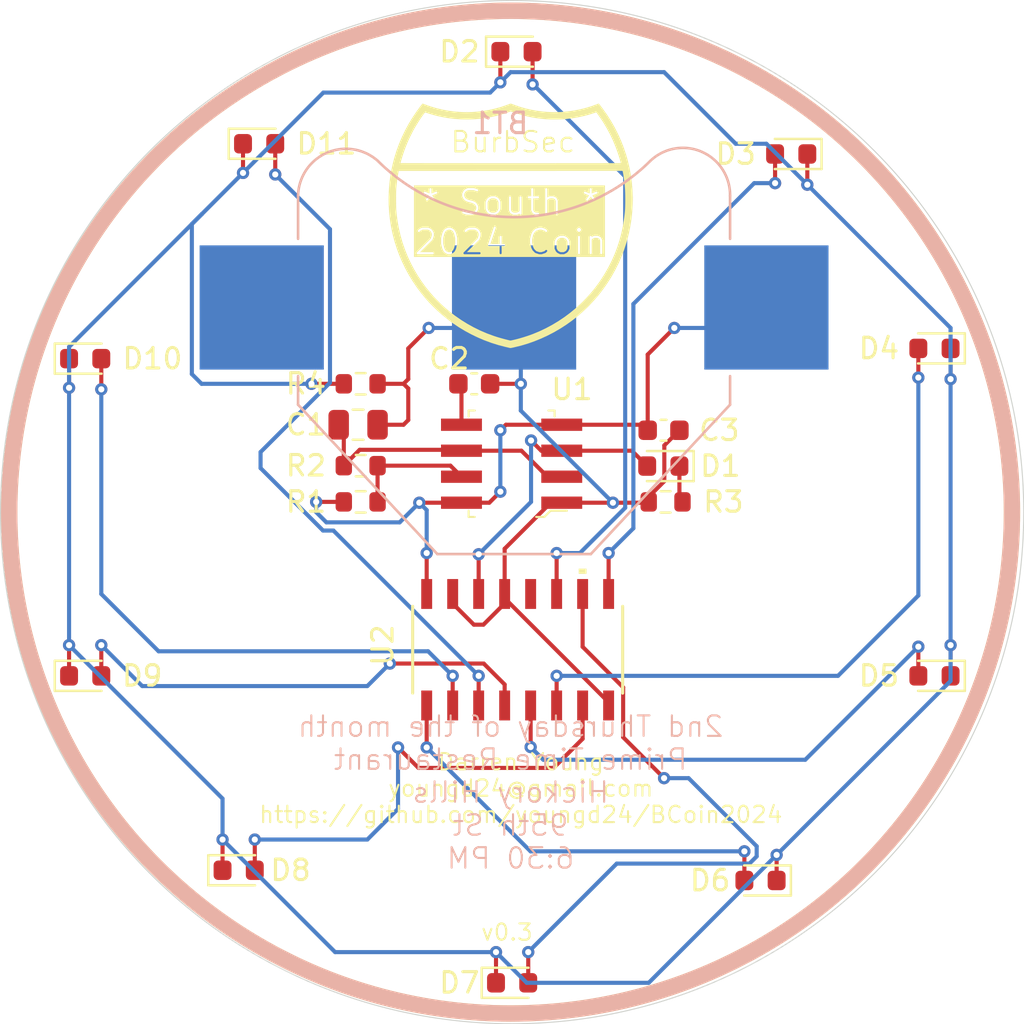
<source format=kicad_pcb>
(kicad_pcb (version 20240108) (generator "pcbnew") (generator_version "8.0")
  (layers (0 "F.Cu" signal) (31 "B.Cu" signal) (34 "B.Paste" user) (35 "F.Paste" user) (36 "B.SilkS" user "B.Silkscreen") (37 "F.SilkS" user "F.Silkscreen") (38 "B.Mask" user) (39 "F.Mask" user) (44 "Edge.Cuts" user))
  (net 0 "")
  (net 1 "VCC")
  (net 2 "GND")
  (net 3 "Net-(U1-THRES)")
  (net 4 "Net-(U1-CONT)")
  (net 5 "Net-(D1-K)")
  (net 6 "Net-(D1-A)")
  (net 7 "Net-(D10-K)")
  (net 8 "Net-(D2-A)")
  (net 9 "Net-(D3-A)")
  (net 10 "Net-(D4-A)")
  (net 11 "Net-(D5-A)")
  (net 12 "Net-(D6-A)")
  (net 13 "Net-(D7-A)")
  (net 14 "Net-(D8-A)")
  (net 15 "Net-(D9-A)")
  (net 16 "Net-(D10-A)")
  (net 17 "Net-(D11-A)")
  (net 18 "Net-(U1-DISCH)")
  (footprint "LED_SMD:LED_0603_1608Metric" (layer "F.Cu") (at 134.575 113)
    (property "Reference" "D7" (at -2.575 0 0) (layer "F.SilkS"))
    (property "Value" "LED" (hide yes))
    (pad "1" smd roundrect (at -0.7875 0) (size 0.875 0.95) (layers "F.Cu" "F.Paste" "F.Mask") (net 7 "Net-(D10-K)"))
    (pad "2" smd roundrect (at 0.7875 0) (size 0.875 0.95) (layers "F.Cu" "F.Paste" "F.Mask") (net 13 "Net-(D7-A)"))
  )
  (footprint "LED_SMD:LED_0603_1608Metric" (layer "F.Cu") (at 155.2125 98 180)
    (property "Reference" "D5" (at 2.7125 0 0) (layer "F.SilkS"))
    (property "Value" "LED" (hide yes))
    (pad "1" smd roundrect (at -0.7875 0 180) (size 0.875 0.95) (layers "F.Cu" "F.Paste" "F.Mask") (net 7 "Net-(D10-K)"))
    (pad "2" smd roundrect (at 0.7875 0 180) (size 0.875 0.95) (layers "F.Cu" "F.Paste" "F.Mask") (net 11 "Net-(D5-A)"))
  )
  (footprint "digikey-footprints:SOIC-8_W3.9mm" (layer "F.Cu") (at 134.55 87.635 90)
    (property "Reference" "U1" (at 3.635 2.95 180) (layer "F.SilkS"))
    (property "Value" "NE555DR" (hide yes))
    (pad "1" smd rect (at -1.905 2.45 90) (size 0.6 2) (layers "F.Cu" "F.Paste" "F.Mask") (net 2 "GND"))
    (pad "2" smd rect (at -0.635 2.45 90) (size 0.6 2) (layers "F.Cu" "F.Paste" "F.Mask") (net 3 "Net-(U1-THRES)"))
    (pad "3" smd rect (at 0.635 2.45 90) (size 0.6 2) (layers "F.Cu" "F.Paste" "F.Mask") (net 6 "Net-(D1-A)"))
    (pad "4" smd rect (at 1.905 2.45 90) (size 0.6 2) (layers "F.Cu" "F.Paste" "F.Mask") (net 1 "VCC"))
    (pad "5" smd rect (at 1.905 -2.45 90) (size 0.6 2) (layers "F.Cu" "F.Paste" "F.Mask") (net 4 "Net-(U1-CONT)"))
    (pad "6" smd rect (at 0.635 -2.45 90) (size 0.6 2) (layers "F.Cu" "F.Paste" "F.Mask") (net 3 "Net-(U1-THRES)"))
    (pad "7" smd rect (at -0.635 -2.45 90) (size 0.6 2) (layers "F.Cu" "F.Paste" "F.Mask") (net 18 "Net-(U1-DISCH)"))
    (pad "8" smd rect (at -1.905 -2.45 90) (size 0.6 2) (layers "F.Cu" "F.Paste" "F.Mask") (net 1 "VCC"))
  )
  (footprint "BCoin_Footprint_Library:shield" (layer "F.Cu") (at 134.5 76)
    (property "Reference" "G***" (hide yes))
    (property "Value" "LOGO" (hide yes))
  )
  (footprint "Capacitor_SMD:C_0805_2012Metric" (layer "F.Cu") (at 127.05 85.73)
    (property "Reference" "C1" (at -2.55 0 0) (layer "F.SilkS"))
    (property "Value" "10uF" (hide yes))
    (pad "1" smd roundrect (at -0.95 0) (size 1 1.45) (layers "F.Cu" "F.Paste" "F.Mask") (net 3 "Net-(U1-THRES)"))
    (pad "2" smd roundrect (at 0.95 0) (size 1 1.45) (layers "F.Cu" "F.Paste" "F.Mask") (net 2 "GND"))
  )
  (footprint "LED_SMD:LED_0603_1608Metric" (layer "F.Cu") (at 134.7875 67.5)
    (property "Reference" "D2" (at -2.7875 0 0) (layer "F.SilkS"))
    (property "Value" "LED" (hide yes))
    (pad "1" smd roundrect (at -0.7875 0) (size 0.875 0.95) (layers "F.Cu" "F.Paste" "F.Mask") (net 7 "Net-(D10-K)"))
    (pad "2" smd roundrect (at 0.7875 0) (size 0.875 0.95) (layers "F.Cu" "F.Paste" "F.Mask") (net 8 "Net-(D2-A)"))
  )
  (footprint "LED_SMD:LED_0603_1608Metric" (layer "F.Cu") (at 155.2125 82 180)
    (property "Reference" "D4" (at 2.7125 0 0) (layer "F.SilkS"))
    (property "Value" "LED" (hide yes))
    (pad "1" smd roundrect (at -0.7875 0 180) (size 0.875 0.95) (layers "F.Cu" "F.Paste" "F.Mask") (net 7 "Net-(D10-K)"))
    (pad "2" smd roundrect (at 0.7875 0 180) (size 0.875 0.95) (layers "F.Cu" "F.Paste" "F.Mask") (net 10 "Net-(D4-A)"))
  )
  (footprint "LED_SMD:LED_0603_1608Metric" (layer "F.Cu") (at 113.7125 82.5)
    (property "Reference" "D10" (at 3.2875 0 0) (layer "F.SilkS"))
    (property "Value" "LED" (hide yes))
    (pad "1" smd roundrect (at -0.7875 0) (size 0.875 0.95) (layers "F.Cu" "F.Paste" "F.Mask") (net 7 "Net-(D10-K)"))
    (pad "2" smd roundrect (at 0.7875 0) (size 0.875 0.95) (layers "F.Cu" "F.Paste" "F.Mask") (net 16 "Net-(D10-A)"))
  )
  (footprint "LED_SMD:LED_0603_1608Metric" (layer "F.Cu") (at 141.9625 87.75 180)
    (property "Reference" "D1" (at -2.7875 0 0) (layer "F.SilkS"))
    (property "Value" "LED" (hide yes))
    (pad "1" smd roundrect (at -0.7875 0 180) (size 0.875 0.95) (layers "F.Cu" "F.Paste" "F.Mask") (net 5 "Net-(D1-K)"))
    (pad "2" smd roundrect (at 0.7875 0 180) (size 0.875 0.95) (layers "F.Cu" "F.Paste" "F.Mask") (net 6 "Net-(D1-A)"))
  )
  (footprint "footprints:SO16_SOT109-1_NEX" (layer "F.Cu") (at 134.845 96.72415 90)
    (property "Reference" "U2" (at 0.22415 -6.595 90) (layer "F.SilkS"))
    (property "Value" "74HC4017D_653" (hide yes))
    (pad "1" smd rect (at -2.72415 -4.445 90) (size 1.4605 0.5334) (layers "F.Cu" "F.Paste" "F.Mask") (net 12 "Net-(D6-A)"))
    (pad "2" smd rect (at -2.72415 -3.175 90) (size 1.4605 0.5334) (layers "F.Cu" "F.Paste" "F.Mask") (net 16 "Net-(D10-A)"))
    (pad "3" smd rect (at -2.72415 -1.905 90) (size 1.4605 0.5334) (layers "F.Cu" "F.Paste" "F.Mask") (net 17 "Net-(D11-A)"))
    (pad "4" smd rect (at -2.72415 -0.635 90) (size 1.4605 0.5334) (layers "F.Cu" "F.Paste" "F.Mask") (net 15 "Net-(D9-A)"))
    (pad "5" smd rect (at -2.72415 0.635 90) (size 1.4605 0.5334) (layers "F.Cu" "F.Paste" "F.Mask") (net 11 "Net-(D5-A)"))
    (pad "6" smd rect (at -2.72415 1.905 90) (size 1.4605 0.5334) (layers "F.Cu" "F.Paste" "F.Mask") (net 10 "Net-(D4-A)"))
    (pad "7" smd rect (at -2.72415 3.175 90) (size 1.4605 0.5334) (layers "F.Cu" "F.Paste" "F.Mask") (net 14 "Net-(D8-A)"))
    (pad "8" smd rect (at -2.72415 4.445 90) (size 1.4605 0.5334) (layers "F.Cu" "F.Paste" "F.Mask") (net 2 "GND"))
    (pad "9" smd rect (at 2.72415 4.445 90) (size 1.4605 0.5334) (layers "F.Cu" "F.Paste" "F.Mask") (net 9 "Net-(D3-A)"))
    (pad "10" smd rect (at 2.72415 3.175 90) (size 1.4605 0.5334) (layers "F.Cu" "F.Paste" "F.Mask") (net 13 "Net-(D7-A)"))
    (pad "11" smd rect (at 2.72415 1.905 90) (size 1.4605 0.5334) (layers "F.Cu" "F.Paste" "F.Mask") (net 8 "Net-(D2-A)"))
    (pad "12" smd rect (at 2.72415 0.635 90) (size 1.4605 0.5334) (layers "F.Cu" "F.Paste" "F.Mask"))
    (pad "13" smd rect (at 2.72415 -0.635 90) (size 1.4605 0.5334) (layers "F.Cu" "F.Paste" "F.Mask") (net 2 "GND"))
    (pad "14" smd rect (at 2.72415 -1.905 90) (size 1.4605 0.5334) (layers "F.Cu" "F.Paste" "F.Mask") (net 6 "Net-(D1-A)"))
    (pad "15" smd rect (at 2.72415 -3.175 90) (size 1.4605 0.5334) (layers "F.Cu" "F.Paste" "F.Mask") (net 2 "GND"))
    (pad "16" smd rect (at 2.72415 -4.445 90) (size 1.4605 0.5334) (layers "F.Cu" "F.Paste" "F.Mask") (net 1 "VCC"))
  )
  (footprint "Resistor_SMD:R_0603_1608Metric" (layer "F.Cu") (at 127.175 87.73 180)
    (property "Reference" "R2" (at 2.675 0 0) (layer "F.SilkS"))
    (property "Value" "10k" (hide yes))
    (pad "1" smd roundrect (at -0.825 0 180) (size 0.8 0.95) (layers "F.Cu" "F.Paste" "F.Mask") (net 18 "Net-(U1-DISCH)"))
    (pad "2" smd roundrect (at 0.825 0 180) (size 0.8 0.95) (layers "F.Cu" "F.Paste" "F.Mask") (net 3 "Net-(U1-THRES)"))
  )
  (footprint "LED_SMD:LED_0603_1608Metric" (layer "F.Cu") (at 113.7125 98)
    (property "Reference" "D9" (at 2.7875 0 0) (layer "F.SilkS"))
    (property "Value" "LED" (hide yes))
    (pad "1" smd roundrect (at -0.7875 0) (size 0.875 0.95) (layers "F.Cu" "F.Paste" "F.Mask") (net 7 "Net-(D10-K)"))
    (pad "2" smd roundrect (at 0.7875 0) (size 0.875 0.95) (layers "F.Cu" "F.Paste" "F.Mask") (net 15 "Net-(D9-A)"))
  )
  (footprint "Resistor_SMD:R_0603_1608Metric" (layer "F.Cu") (at 127.175 83.73 180)
    (property "Reference" "R4" (at 2.675 0 180) (layer "F.SilkS"))
    (property "Value" "680R" (hide yes))
    (pad "1" smd roundrect (at -0.825 0 180) (size 0.8 0.95) (layers "F.Cu" "F.Paste" "F.Mask") (net 2 "GND"))
    (pad "2" smd roundrect (at 0.825 0 180) (size 0.8 0.95) (layers "F.Cu" "F.Paste" "F.Mask") (net 7 "Net-(D10-K)"))
  )
  (footprint "Resistor_SMD:R_0603_1608Metric" (layer "F.Cu") (at 142.075 89.5 180)
    (property "Reference" "R3" (at -2.825 0 0) (layer "F.SilkS"))
    (property "Value" "680R" (hide yes))
    (pad "1" smd roundrect (at -0.825 0 180) (size 0.8 0.95) (layers "F.Cu" "F.Paste" "F.Mask") (net 5 "Net-(D1-K)"))
    (pad "2" smd roundrect (at 0.825 0 180) (size 0.8 0.95) (layers "F.Cu" "F.Paste" "F.Mask") (net 2 "GND"))
  )
  (footprint "LED_SMD:LED_0603_1608Metric" (layer "F.Cu") (at 146.7125 108 180)
    (property "Reference" "D6" (at 2.4625 0 0) (layer "F.SilkS"))
    (property "Value" "LED" (hide yes))
    (pad "1" smd roundrect (at -0.7875 0 180) (size 0.875 0.95) (layers "F.Cu" "F.Paste" "F.Mask") (net 7 "Net-(D10-K)"))
    (pad "2" smd roundrect (at 0.7875 0 180) (size 0.875 0.95) (layers "F.Cu" "F.Paste" "F.Mask") (net 12 "Net-(D6-A)"))
  )
  (footprint "Capacitor_SMD:C_0603_1608Metric" (layer "F.Cu") (at 141.975 86)
    (property "Reference" "C3" (at 2.725 0 0) (layer "F.SilkS"))
    (property "Value" "10nF" (hide yes))
    (pad "1" smd roundrect (at -0.775 0) (size 0.9 0.95) (layers "F.Cu" "F.Paste" "F.Mask") (net 1 "VCC"))
    (pad "2" smd roundrect (at 0.775 0) (size 0.9 0.95) (layers "F.Cu" "F.Paste" "F.Mask") (net 2 "GND"))
  )
  (footprint "LED_SMD:LED_0603_1608Metric" (layer "F.Cu") (at 121.2125 107.5)
    (property "Reference" "D8" (at 2.5375 0 0) (layer "F.SilkS"))
    (property "Value" "LED" (hide yes))
    (pad "1" smd roundrect (at -0.7875 0) (size 0.875 0.95) (layers "F.Cu" "F.Paste" "F.Mask") (net 7 "Net-(D10-K)"))
    (pad "2" smd roundrect (at 0.7875 0) (size 0.875 0.95) (layers "F.Cu" "F.Paste" "F.Mask") (net 14 "Net-(D8-A)"))
  )
  (footprint "LED_SMD:LED_0603_1608Metric" (layer "F.Cu") (at 122.2125 72)
    (property "Reference" "D11" (at 3.2875 0 0) (layer "F.SilkS"))
    (property "Value" "LED" (hide yes))
    (pad "1" smd roundrect (at -0.7875 0) (size 0.875 0.95) (layers "F.Cu" "F.Paste" "F.Mask") (net 7 "Net-(D10-K)"))
    (pad "2" smd roundrect (at 0.7875 0) (size 0.875 0.95) (layers "F.Cu" "F.Paste" "F.Mask") (net 17 "Net-(D11-A)"))
  )
  (footprint "Resistor_SMD:R_0603_1608Metric" (layer "F.Cu") (at 127.175 89.5)
    (property "Reference" "R1" (at -2.675 0 0) (layer "F.SilkS"))
    (property "Value" "10k" (hide yes))
    (pad "1" smd roundrect (at -0.825 0) (size 0.8 0.95) (layers "F.Cu" "F.Paste" "F.Mask") (net 1 "VCC"))
    (pad "2" smd roundrect (at 0.825 0) (size 0.8 0.95) (layers "F.Cu" "F.Paste" "F.Mask") (net 18 "Net-(U1-DISCH)"))
  )
  (footprint "LED_SMD:LED_0603_1608Metric" (layer "F.Cu") (at 148.2125 72.5 180)
    (property "Reference" "D3" (at 2.7125 0 0) (layer "F.SilkS"))
    (property "Value" "LED" (hide yes))
    (pad "1" smd roundrect (at -0.7875 0 180) (size 0.875 0.95) (layers "F.Cu" "F.Paste" "F.Mask") (net 7 "Net-(D10-K)"))
    (pad "2" smd roundrect (at 0.7875 0 180) (size 0.875 0.95) (layers "F.Cu" "F.Paste" "F.Mask") (net 9 "Net-(D3-A)"))
  )
  (footprint "Capacitor_SMD:C_0603_1608Metric" (layer "F.Cu") (at 132.725 83.73)
    (property "Reference" "C2" (at -1.225 -1.23 0) (layer "F.SilkS"))
    (property "Value" "10nF" (hide yes))
    (pad "1" smd roundrect (at -0.775 0) (size 0.9 0.95) (layers "F.Cu" "F.Paste" "F.Mask") (net 4 "Net-(U1-CONT)"))
    (pad "2" smd roundrect (at 0.775 0) (size 0.9 0.95) (layers "F.Cu" "F.Paste" "F.Mask") (net 2 "GND"))
  )
  (footprint "BCoin_Footprint_Library:BAT_BK-5067" (layer "B.Cu") (at 134.67 80 180)
    (property "Reference" "BT1" (at 0.67 9 0) (layer "B.SilkS") (effects (font (size 1.00178 1.00178)) (justify mirror)))
    (property "Value" "BK-5067" (hide yes))
    (pad "-" smd rect (at 0 0 180) (size 6.07 6.07) (layers "B.Cu" "B.Mask") (net 2 "GND"))
    (pad "S+1" smd rect (at -12.33 0 180) (size 6.07 6.07) (layers "B.Cu" "B.Paste" "B.Mask") (net 1 "VCC"))
    (pad "S+2" smd rect (at 12.33 0 180) (size 6.07 6.07) (layers "B.Cu" "B.Paste" "B.Mask"))
  )
  (gr_circle (center 134.5 90) (end 159 90) (stroke (width 0.8)) (fill none) (layer "B.SilkS"))
  (gr_circle (center 134.5 90) (end 159 90) (stroke (width 0.8)) (fill none) (layer "F.SilkS"))
  (gr_circle (center 134.575 90) (end 159.575 90) (stroke (width 0.05)) (fill none) (layer "Edge.Cuts"))
  (gr_text "2nd Thursday of the month\nPrime Time Restaurant\nHickory Hills\n95th St\n6:30 PM" (at 134.5 107.5 0) (layer "B.SilkS") (effects (font (size 1 1) (thickness 0.1)) (justify bottom mirror)))
  (gr_text "Darren Young\nyoungd24@gmail.com\nhttps://github.com/youngd24/BCoin2024" (at 135 105.25 0) (layer "F.SilkS") (effects (font (size 0.8 0.8) (thickness 0.1)) (justify bottom)))
  (gr_text "v0.3" (at 133 111 0) (layer "F.SilkS") (effects (font (size 0.8 0.8) (thickness 0.1)) (justify left bottom)))
  (gr_text "BurbSec" (at 131.5 72.5 0) (layer "F.SilkS") (effects (font (size 1 1) (thickness 0.1)) (justify left bottom)))
  (gr_text "* South *\n2024 Coin" (at 134.5 77.5 0) (layer "F.SilkS" knockout) (effects (font (size 1.2 1.2) (thickness 0.1)) (justify bottom)))
  (gr_text "${REVISION}" (at 133 81 0) (layer "F.SilkS") (effects (font (size 0.8 0.8) (thickness 0.1)) (justify left bottom)))
  (segment (start 141.2 82.3) (end 142.5 81) (width 0.2) (layer "F.Cu") (net 1))
  (segment (start 137 85.73) (end 134.27 85.73) (width 0.2) (layer "F.Cu") (net 1))
  (segment (start 141.2 86) (end 141.2 82.3) (width 0.2) (layer "F.Cu") (net 1))
  (segment (start 134.27 85.73) (end 134 86) (width 0.2) (layer "F.Cu") (net 1))
  (segment (start 130.4 94) (end 130.4 92) (width 0.2) (layer "F.Cu") (net 1))
  (segment (start 133.46 89.54) (end 134 89) (width 0.2) (layer "F.Cu") (net 1))
  (segment (start 132.1 89.54) (end 133.46 89.54) (width 0.2) (layer "F.Cu") (net 1))
  (segment (start 126.35 89.5) (end 125 89.5) (width 0.2) (layer "F.Cu") (net 1))
  (segment (start 132.1 89.54) (end 130.04 89.54) (width 0.2) (layer "F.Cu") (net 1))
  (segment (start 140.93 85.73) (end 141.2 86) (width 0.2) (layer "F.Cu") (net 1))
  (segment (start 137 85.73) (end 140.93 85.73) (width 0.2) (layer "F.Cu") (net 1))
  (via (at 130.04 89.54) (size 0.6) (drill 0.3) (layers "F.Cu" "B.Cu") (net 1))
  (via (at 130.4 92) (size 0.6) (drill 0.3) (layers "F.Cu" "B.Cu") (net 1))
  (via (at 125 89.5) (size 0.6) (drill 0.3) (layers "F.Cu" "B.Cu") (net 1))
  (via (at 134 89) (size 0.6) (drill 0.3) (layers "F.Cu" "B.Cu") (net 1))
  (via (at 134 86) (size 0.6) (drill 0.3) (layers "F.Cu" "B.Cu") (net 1))
  (via (at 142.5 81) (size 0.6) (drill 0.3) (layers "F.Cu" "B.Cu") (net 1))
  (segment (start 125.5 90.5) (end 125 90) (width 0.2) (layer "B.Cu") (net 1))
  (segment (start 130.4 92) (end 130.4 89.9) (width 0.2) (layer "B.Cu") (net 1))
  (segment (start 130.4 89.9) (end 130.04 89.54) (width 0.2) (layer "B.Cu") (net 1))
  (segment (start 125 90) (end 125 89.5) (width 0.2) (layer "B.Cu") (net 1))
  (segment (start 129.08 90.5) (end 125.5 90.5) (width 0.2) (layer "B.Cu") (net 1))
  (segment (start 130.04 89.54) (end 129.08 90.5) (width 0.2) (layer "B.Cu") (net 1))
  (segment (start 134 89) (end 134 86) (width 0.2) (layer "B.Cu") (net 1))
  (segment (start 147 81) (end 142.5 81) (width 0.2) (layer "B.Cu") (net 1))
  (segment (start 134.21 91.79) (end 136.46 89.54) (width 0.2) (layer "F.Cu") (net 2))
  (segment (start 142.0125 88.4875) (end 142.0125 86.7375) (width 0.2) (layer "F.Cu") (net 2))
  (segment (start 129.5 83.96) (end 129.27 83.73) (width 0.2) (layer "F.Cu") (net 2))
  (segment (start 129.5 83.5) (end 129.5 82) (width 0.2) (layer "F.Cu") (net 2))
  (segment (start 141.25 89.5) (end 141.25 89.25) (width 0.2) (layer "F.Cu") (net 2))
  (segment (start 129.5 85.5) (end 129.5 83.96) (width 0.2) (layer "F.Cu") (net 2))
  (segment (start 134.21 94.21) (end 134.21 94) (width 0.2) (layer "F.Cu") (net 2))
  (segment (start 131.67 94.46355) (end 132.70645 95.5) (width 0.2) (layer "F.Cu") (net 2))
  (segment (start 133.5 83.73) (end 135 83.73) (width 0.2) (layer "F.Cu") (net 2))
  (segment (start 129.27 85.73) (end 129.5 85.5) (width 0.2) (layer "F.Cu") (net 2))
  (segment (start 134.21 94) (end 134.21 91.79) (width 0.2) (layer "F.Cu") (net 2))
  (segment (start 131.67 94) (end 131.67 94.46355) (width 0.2) (layer "F.Cu") (net 2))
  (segment (start 134.21 94.46355) (end 134.21 94) (width 0.2) (layer "F.Cu") (net 2))
  (segment (start 136.46 89.54) (end 137 89.54) (width 0.2) (layer "F.Cu") (net 2))
  (segment (start 129.5 82) (end 130.5 81) (width 0.2) (layer "F.Cu") (net 2))
  (segment (start 129.27 83.73) (end 129.5 83.5) (width 0.2) (layer "F.Cu") (net 2))
  (segment (start 141.21 89.54) (end 141.25 89.5) (width 0.2) (layer "F.Cu") (net 2))
  (segment (start 139.29 99.29) (end 134.21 94.21) (width 0.2) (layer "F.Cu") (net 2))
  (segment (start 137 89.54) (end 139.5 89.54) (width 0.2) (layer "F.Cu") (net 2))
  (segment (start 132.70645 95.5) (end 133.17355 95.5) (width 0.2) (layer "F.Cu") (net 2))
  (segment (start 128 83.73) (end 129.27 83.73) (width 0.2) (layer "F.Cu") (net 2))
  (segment (start 133.17355 95.5) (end 134.21 94.46355) (width 0.2) (layer "F.Cu") (net 2))
  (segment (start 142.0125 86.7375) (end 142.75 86) (width 0.2) (layer "F.Cu") (net 2))
  (segment (start 141.25 89.25) (end 142.0125 88.4875) (width 0.2) (layer "F.Cu") (net 2))
  (segment (start 128 85.73) (end 129.27 85.73) (width 0.2) (layer "F.Cu") (net 2))
  (segment (start 139.5 89.54) (end 141.21 89.54) (width 0.2) (layer "F.Cu") (net 2))
  (segment (start 139.29 99.4483) (end 139.29 99.29) (width 0.2) (layer "F.Cu") (net 2))
  (via (at 139.5 89.54) (size 0.6) (drill 0.3) (layers "F.Cu" "B.Cu") (net 2))
  (via (at 135 83.73) (size 0.6) (drill 0.3) (layers "F.Cu" "B.Cu") (net 2))
  (via (at 130.5 81) (size 0.6) (drill 0.3) (layers "F.Cu" "B.Cu") (net 2))
  (segment (start 135 83.73) (end 135 85.04) (width 0.2) (layer "B.Cu") (net 2))
  (segment (start 135 83.73) (end 135 80.33) (width 0.2) (layer "B.Cu") (net 2))
  (segment (start 135 85.04) (end 139.5 89.54) (width 0.2) (layer "B.Cu") (net 2))
  (segment (start 135 80.33) (end 134.67 80) (width 0.2) (layer "B.Cu") (net 2))
  (segment (start 134.67 81) (end 130.5 81) (width 0.2) (layer "B.Cu") (net 2))
  (segment (start 126.35 87.73) (end 126.35 85.98) (width 0.2) (layer "F.Cu") (net 3))
  (segment (start 136.3 88.27) (end 135.03 87) (width 0.2) (layer "F.Cu") (net 3))
  (segment (start 135.03 87) (end 132.1 87) (width 0.2) (layer "F.Cu") (net 3))
  (segment (start 137 88.27) (end 136.3 88.27) (width 0.2) (layer "F.Cu") (net 3))
  (segment (start 126.35 85.98) (end 126.1 85.73) (width 0.2) (layer "F.Cu") (net 3))
  (segment (start 127.125 86.955) (end 126.35 87.73) (width 0.2) (layer "F.Cu") (net 3))
  (segment (start 132.055 86.955) (end 127.125 86.955) (width 0.2) (layer "F.Cu") (net 3))
  (segment (start 132.1 87) (end 132.055 86.955) (width 0.2) (layer "F.Cu") (net 3))
  (segment (start 132.1 85.73) (end 132.1 83.88) (width 0.2) (layer "F.Cu") (net 4))
  (segment (start 132.1 83.88) (end 131.95 83.73) (width 0.2) (layer "F.Cu") (net 4))
  (segment (start 142.75 89.35) (end 142.9 89.5) (width 0.2) (layer "F.Cu") (net 5))
  (segment (start 142.75 87.75) (end 142.75 89.35) (width 0.2) (layer "F.Cu") (net 5))
  (segment (start 132.94 94) (end 132.94 92.06) (width 0.2) (layer "F.Cu") (net 6))
  (segment (start 137 87) (end 140.425 87) (width 0.2) (layer "F.Cu") (net 6))
  (segment (start 137 87) (end 136 87) (width 0.2) (layer "F.Cu") (net 6))
  (segment (start 140.425 87) (end 141.175 87.75) (width 0.2) (layer "F.Cu") (net 6))
  (segment (start 136 87) (end 135.5 86.5) (width 0.2) (layer "F.Cu") (net 6))
  (via (at 135.5 86.5) (size 0.6) (drill 0.3) (layers "F.Cu" "B.Cu") (net 6))
  (via (at 132.94 92.06) (size 0.6) (drill 0.3) (layers "F.Cu" "B.Cu") (net 6))
  (segment (start 135.5 86.5) (end 135.5 89.5) (width 0.2) (layer "B.Cu") (net 6))
  (segment (start 135.5 89.5) (end 132.94 92.06) (width 0.2) (layer "B.Cu") (net 6))
  (segment (start 134 68) (end 134 69) (width 0.2) (layer "F.Cu") (net 7))
  (segment (start 133.7875 113) (end 133.7875 111.5) (width 0.2) (layer "F.Cu") (net 7))
  (segment (start 149 72.5) (end 149 74) (width 0.2) (layer "F.Cu") (net 7))
  (segment (start 147.5 108) (end 147.5 106.75) (width 0.2) (layer "F.Cu") (net 7))
  (segment (start 112.925 82.5) (end 112.925 83.925) (width 0.2) (layer "F.Cu") (net 7))
  (segment (start 156 98) (end 156 96.5) (width 0.2) (layer "F.Cu") (net 7))
  (segment (start 126.35 83.73) (end 124.77 83.73) (width 0.2) (layer "F.Cu") (net 7))
  (segment (start 121.425 72) (end 121.425 73.425) (width 0.2) (layer "F.Cu") (net 7))
  (segment (start 156 82) (end 156 83.5) (width 0.2) (layer "F.Cu") (net 7))
  (segment (start 112.925 98) (end 112.925 96.5) (width 0.2) (layer "F.Cu") (net 7))
  (segment (start 120.425 107.5) (end 120.425 106) (width 0.2) (layer "F.Cu") (net 7))
  (via (at 112.925 96.5) (size 0.6) (drill 0.3) (layers "F.Cu" "B.Cu") (net 7))
  (via (at 134 69) (size 0.6) (drill 0.3) (layers "F.Cu" "B.Cu") (net 7))
  (via (at 149 74) (size 0.6) (drill 0.3) (layers "F.Cu" "B.Cu") (net 7))
  (via (at 124.77 83.73) (size 0.6) (drill 0.3) (layers "F.Cu" "B.Cu") (net 7))
  (via (at 121.425 73.425) (size 0.6) (drill 0.3) (layers "F.Cu" "B.Cu") (net 7))
  (via (at 133.7875 111.5) (size 0.6) (drill 0.3) (layers "F.Cu" "B.Cu") (net 7))
  (via (at 147.5 106.75) (size 0.6) (drill 0.3) (layers "F.Cu" "B.Cu") (net 7))
  (via (at 156 83.5) (size 0.6) (drill 0.3) (layers "F.Cu" "B.Cu") (net 7))
  (via (at 120.425 106) (size 0.6) (drill 0.3) (layers "F.Cu" "B.Cu") (net 7))
  (via (at 112.925 83.925) (size 0.6) (drill 0.3) (layers "F.Cu" "B.Cu") (net 7))
  (via (at 156 96.5) (size 0.6) (drill 0.3) (layers "F.Cu" "B.Cu") (net 7))
  (segment (start 142 68.5) (end 145.5 72) (width 0.2) (layer "B.Cu") (net 7))
  (segment (start 141.25 113) (end 135.2875 113) (width 0.2) (layer "B.Cu") (net 7))
  (segment (start 147 72) (end 149 74) (width 0.2) (layer "B.Cu") (net 7))
  (segment (start 147.5 106.75) (end 156 98.25) (width 0.2) (layer "B.Cu") (net 7))
  (segment (start 145.5 72) (end 147 72) (width 0.2) (layer "B.Cu") (net 7))
  (segment (start 134 69) (end 133.5 69.5) (width 0.2) (layer "B.Cu") (net 7))
  (segment (start 156 83.5) (end 156 96.5) (width 0.2) (layer "B.Cu") (net 7))
  (segment (start 119.425 75.425) (end 121.425 73.425) (width 0.2) (layer "B.Cu") (net 7))
  (segment (start 124.77 83.73) (end 119.4 83.73) (width 0.2) (layer "B.Cu") (net 7))
  (segment (start 134 69) (end 134.5 68.5) (width 0.2) (layer "B.Cu") (net 7))
  (segment (start 156 98.25) (end 156 96.5) (width 0.2) (layer "B.Cu") (net 7))
  (segment (start 134.5 68.5) (end 142 68.5) (width 0.2) (layer "B.Cu") (net 7))
  (segment (start 125.925 111.5) (end 120.425 106) (width 0.2) (layer "B.Cu") (net 7))
  (segment (start 120.425 106) (end 120.425 104) (width 0.2) (layer "B.Cu") (net 7))
  (segment (start 119.4 83.73) (end 118.925 83.255) (width 0.2) (layer "B.Cu") (net 7))
  (segment (start 112.925 96.5) (end 112.925 83.925) (width 0.2) (layer "B.Cu") (net 7))
  (segment (start 133.7875 111.5) (end 125.925 111.5) (width 0.2) (layer "B.Cu") (net 7))
  (segment (start 135.2875 113) (end 133.7875 111.5) (width 0.2) (layer "B.Cu") (net 7))
  (segment (start 147.5 106.75) (end 141.25 113) (width 0.2) (layer "B.Cu") (net 7))
  (segment (start 149 74) (end 156 81) (width 0.2) (layer "B.Cu") (net 7))
  (segment (start 125.35 69.5) (end 121.425 73.425) (width 0.2) (layer "B.Cu") (net 7))
  (segment (start 118.925 83.255) (end 118.925 75.925) (width 0.2) (layer "B.Cu") (net 7))
  (segment (start 112.925 81.925) (end 119.425 75.425) (width 0.2) (layer "B.Cu") (net 7))
  (segment (start 156 81) (end 156 83.5) (width 0.2) (layer "B.Cu") (net 7))
  (segment (start 120.425 104) (end 112.925 96.5) (width 0.2) (layer "B.Cu") (net 7))
  (segment (start 112.925 83.925) (end 112.925 81.925) (width 0.2) (layer "B.Cu") (net 7))
  (segment (start 133.5 69.5) (end 125.35 69.5) (width 0.2) (layer "B.Cu") (net 7))
  (segment (start 118.925 75.925) (end 119.425 75.425) (width 0.2) (layer "B.Cu") (net 7))
  (segment (start 135.575 68) (end 135.575 69.1) (width 0.2) (layer "F.Cu") (net 8))
  (segment (start 136.75 94) (end 136.75 92) (width 0.2) (layer "F.Cu") (net 8))
  (via (at 136.75 92) (size 0.6) (drill 0.3) (layers "F.Cu" "B.Cu") (net 8))
  (via (at 135.575 69.1) (size 0.6) (drill 0.3) (layers "F.Cu" "B.Cu") (net 8))
  (segment (start 135.575 69.1) (end 135.6 69.1) (width 0.2) (layer "B.Cu") (net 8))
  (segment (start 135.6 69.1) (end 140.1 73.6) (width 0.2) (layer "B.Cu") (net 8))
  (segment (start 140.1 73.6) (end 140.1 89.788529) (width 0.2) (layer "B.Cu") (net 8))
  (segment (start 137.888529 92) (end 136.75 92) (width 0.2) (layer "B.Cu") (net 8))
  (segment (start 140.1 89.788529) (end 137.888529 92) (width 0.2) (layer "B.Cu") (net 8))
  (segment (start 147.425 72.5) (end 147.425 73.925) (width 0.2) (layer "F.Cu") (net 9))
  (segment (start 139.29 94) (end 139.29 92) (width 0.2) (layer "F.Cu") (net 9))
  (via (at 139.29 92) (size 0.6) (drill 0.3) (layers "F.Cu" "B.Cu") (net 9))
  (via (at 147.425 73.925) (size 0.6) (drill 0.3) (layers "F.Cu" "B.Cu") (net 9))
  (segment (start 140.5 79.83) (end 140.5 90.79) (width 0.2) (layer "B.Cu") (net 9))
  (segment (start 140.5 90.79) (end 139.29 92) (width 0.2) (layer "B.Cu") (net 9))
  (segment (start 146.405 73.925) (end 140.5 79.83) (width 0.2) (layer "B.Cu") (net 9))
  (segment (start 147.425 73.925) (end 146.405 73.925) (width 0.2) (layer "B.Cu") (net 9))
  (segment (start 154.425 82) (end 154.425 83.425) (width 0.2) (layer "F.Cu") (net 10))
  (segment (start 136.75 99.4483) (end 136.75 98) (width 0.2) (layer "F.Cu") (net 10))
  (via (at 136.75 98) (size 0.6) (drill 0.3) (layers "F.Cu" "B.Cu") (net 10))
  (via (at 154.425 83.425) (size 0.6) (drill 0.3) (layers "F.Cu" "B.Cu") (net 10))
  (segment (start 154.425 83.425) (end 154.425 94.075) (width 0.2) (layer "B.Cu") (net 10))
  (segment (start 154.425 94.075) (end 150.5 98) (width 0.2) (layer "B.Cu") (net 10))
  (segment (start 150.5 98) (end 136.75 98) (width 0.2) (layer "B.Cu") (net 10))
  (segment (start 135.48 99.4483) (end 135.48 101.48) (width 0.2) (layer "F.Cu") (net 11))
  (segment (start 154.425 98) (end 154.425 96.575) (width 0.2) (layer "F.Cu") (net 11))
  (via (at 154.425 96.575) (size 0.6) (drill 0.3) (layers "F.Cu" "B.Cu") (net 11))
  (via (at 135.48 101.48) (size 0.6) (drill 0.3) (layers "F.Cu" "B.Cu") (net 11))
  (segment (start 154.425 96.575) (end 148.9 102.1) (width 0.2) (layer "B.Cu") (net 11))
  (segment (start 136.1 102.1) (end 135.48 101.48) (width 0.2) (layer "B.Cu") (net 11))
  (segment (start 148.9 102.1) (end 136.1 102.1) (width 0.2) (layer "B.Cu") (net 11))
  (segment (start 145.925 108) (end 145.925 106.575) (width 0.2) (layer "F.Cu") (net 12))
  (segment (start 130.4 99.4483) (end 130.4 101.5) (width 0.2) (layer "F.Cu") (net 12))
  (via (at 145.925 106.575) (size 0.6) (drill 0.3) (layers "F.Cu" "B.Cu") (net 12))
  (via (at 130.4 101.5) (size 0.6) (drill 0.3) (layers "F.Cu" "B.Cu") (net 12))
  (segment (start 135.475 106.575) (end 130.4 101.5) (width 0.2) (layer "B.Cu") (net 12))
  (segment (start 145.925 106.575) (end 135.475 106.575) (width 0.2) (layer "B.Cu") (net 12))
  (segment (start 140 98.56135) (end 138.02 96.58135) (width 0.2) (layer "F.Cu") (net 13))
  (segment (start 135.3625 113) (end 135.3625 111.5) (width 0.2) (layer "F.Cu") (net 13))
  (segment (start 138.02 96.58135) (end 138.02 94) (width 0.2) (layer "F.Cu") (net 13))
  (segment (start 142 103) (end 140 101) (width 0.2) (layer "F.Cu") (net 13))
  (segment (start 140 101) (end 140 98.56135) (width 0.2) (layer "F.Cu") (net 13))
  (via (at 142 103) (size 0.6) (drill 0.3) (layers "F.Cu" "B.Cu") (net 13))
  (via (at 135.3625 111.5) (size 0.6) (drill 0.3) (layers "F.Cu" "B.Cu") (net 13))
  (segment (start 143.198529 103) (end 146.525 106.326471) (width 0.2) (layer "B.Cu") (net 13))
  (segment (start 146.525 106.326471) (end 146.525 106.823529) (width 0.2) (layer "B.Cu") (net 13))
  (segment (start 142 103) (end 143.198529 103) (width 0.2) (layer "B.Cu") (net 13))
  (segment (start 146.525 106.823529) (end 146.173529 107.175) (width 0.2) (layer "B.Cu") (net 13))
  (segment (start 146.173529 107.175) (end 139.6875 107.175) (width 0.2) (layer "B.Cu") (net 13))
  (segment (start 139.6875 107.175) (end 135.3625 111.5) (width 0.2) (layer "B.Cu") (net 13))
  (segment (start 130 102.5) (end 136.598529 102.5) (width 0.2) (layer "F.Cu") (net 14))
  (segment (start 129 101.5) (end 130 102.5) (width 0.2) (layer "F.Cu") (net 14))
  (segment (start 136.598529 102.5) (end 138.02 101.078529) (width 0.2) (layer "F.Cu") (net 14))
  (segment (start 138.02 101.078529) (end 138.02 99.4483) (width 0.2) (layer "F.Cu") (net 14))
  (segment (start 122 107.5) (end 122 106) (width 0.2) (layer "F.Cu") (net 14))
  (via (at 129 101.5) (size 0.6) (drill 0.3) (layers "F.Cu" "B.Cu") (net 14))
  (via (at 122 106) (size 0.6) (drill 0.3) (layers "F.Cu" "B.Cu") (net 14))
  (segment (start 127.5 106) (end 122 106) (width 0.2) (layer "B.Cu") (net 14))
  (segment (start 129 101.5) (end 129 104.5) (width 0.2) (layer "B.Cu") (net 14))
  (segment (start 129 104.5) (end 127.5 106) (width 0.2) (layer "B.Cu") (net 14))
  (segment (start 114.5 98) (end 114.5 96.5) (width 0.2) (layer "F.Cu") (net 15))
  (segment (start 134.21 99.4483) (end 134.21 98.421471) (width 0.2) (layer "F.Cu") (net 15))
  (segment (start 133.188529 97.4) (end 128.6 97.4) (width 0.2) (layer "F.Cu") (net 15))
  (segment (start 134.21 98.421471) (end 133.188529 97.4) (width 0.2) (layer "F.Cu") (net 15))
  (via (at 128.6 97.4) (size 0.6) (drill 0.3) (layers "F.Cu" "B.Cu") (net 15))
  (via (at 114.5 96.5) (size 0.6) (drill 0.3) (layers "F.Cu" "B.Cu") (net 15))
  (segment (start 128.6 97.4) (end 127.5 98.5) (width 0.2) (layer "B.Cu") (net 15))
  (segment (start 116.5 98.5) (end 114.5 96.5) (width 0.2) (layer "B.Cu") (net 15))
  (segment (start 127.5 98.5) (end 116.5 98.5) (width 0.2) (layer "B.Cu") (net 15))
  (segment (start 114.5 82.5) (end 114.5 84) (width 0.2) (layer "F.Cu") (net 16))
  (segment (start 131.67 99.4483) (end 131.67 98) (width 0.2) (layer "F.Cu") (net 16))
  (via (at 114.5 84) (size 0.6) (drill 0.3) (layers "F.Cu" "B.Cu") (net 16))
  (via (at 131.67 98) (size 0.6) (drill 0.3) (layers "F.Cu" "B.Cu") (net 16))
  (segment (start 130.47 96.8) (end 131.67 98) (width 0.2) (layer "B.Cu") (net 16))
  (segment (start 117.3 96.8) (end 130.47 96.8) (width 0.2) (layer "B.Cu") (net 16))
  (segment (start 114.5 94) (end 117.3 96.8) (width 0.2) (layer "B.Cu") (net 16))
  (segment (start 114.5 84) (end 114.5 94) (width 0.2) (layer "B.Cu") (net 16))
  (segment (start 132.94 99.4483) (end 132.94 98) (width 0.2) (layer "F.Cu") (net 17))
  (segment (start 123 72) (end 123 73.5) (width 0.2) (layer "F.Cu") (net 17))
  (via (at 132.94 98) (size 0.6) (drill 0.3) (layers "F.Cu" "B.Cu") (net 17))
  (via (at 123 73.5) (size 0.6) (drill 0.3) (layers "F.Cu" "B.Cu") (net 17))
  (segment (start 122.282843 87.065686) (end 125.675 83.673529) (width 0.2) (layer "B.Cu") (net 17))
  (segment (start 132.94 98) (end 125.84 90.9) (width 0.2) (layer "B.Cu") (net 17))
  (segment (start 125.675 76.175) (end 123 73.5) (width 0.2) (layer "B.Cu") (net 17))
  (segment (start 125.84 90.9) (end 125.334314 90.9) (width 0.2) (layer "B.Cu") (net 17))
  (segment (start 125.334314 90.9) (end 122.282843 87.848529) (width 0.2) (layer "B.Cu") (net 17))
  (segment (start 125.675 83.673529) (end 125.675 76.175) (width 0.2) (layer "B.Cu") (net 17))
  (segment (start 122.282843 87.848529) (end 122.282843 87.065686) (width 0.2) (layer "B.Cu") (net 17))
  (segment (start 131.56 87.73) (end 132.1 88.27) (width 0.2) (layer "F.Cu") (net 18))
  (segment (start 128 87.73) (end 131.56 87.73) (width 0.2) (layer "F.Cu") (net 18))
  (segment (start 128 87.73) (end 128 89.5) (width 0.2) (layer "F.Cu") (net 18))
)
</source>
